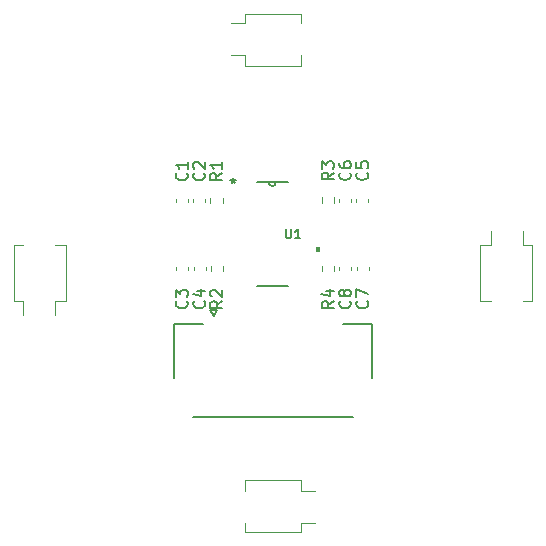
<source format=gbr>
%TF.GenerationSoftware,KiCad,Pcbnew,7.0.7*%
%TF.CreationDate,2023-11-23T17:05:24-08:00*%
%TF.ProjectId,sfh2430_breakout,73666832-3433-4305-9f62-7265616b6f75,rev?*%
%TF.SameCoordinates,Original*%
%TF.FileFunction,Legend,Top*%
%TF.FilePolarity,Positive*%
%FSLAX46Y46*%
G04 Gerber Fmt 4.6, Leading zero omitted, Abs format (unit mm)*
G04 Created by KiCad (PCBNEW 7.0.7) date 2023-11-23 17:05:24*
%MOMM*%
%LPD*%
G01*
G04 APERTURE LIST*
%ADD10C,0.150000*%
%ADD11C,0.120000*%
%ADD12C,0.152400*%
%ADD13C,0.025400*%
%ADD14C,0.127000*%
G04 APERTURE END LIST*
D10*
X109065780Y-106816666D02*
X109113400Y-106864285D01*
X109113400Y-106864285D02*
X109161019Y-107007142D01*
X109161019Y-107007142D02*
X109161019Y-107102380D01*
X109161019Y-107102380D02*
X109113400Y-107245237D01*
X109113400Y-107245237D02*
X109018161Y-107340475D01*
X109018161Y-107340475D02*
X108922923Y-107388094D01*
X108922923Y-107388094D02*
X108732447Y-107435713D01*
X108732447Y-107435713D02*
X108589590Y-107435713D01*
X108589590Y-107435713D02*
X108399114Y-107388094D01*
X108399114Y-107388094D02*
X108303876Y-107340475D01*
X108303876Y-107340475D02*
X108208638Y-107245237D01*
X108208638Y-107245237D02*
X108161019Y-107102380D01*
X108161019Y-107102380D02*
X108161019Y-107007142D01*
X108161019Y-107007142D02*
X108208638Y-106864285D01*
X108208638Y-106864285D02*
X108256257Y-106816666D01*
X108589590Y-106245237D02*
X108541971Y-106340475D01*
X108541971Y-106340475D02*
X108494352Y-106388094D01*
X108494352Y-106388094D02*
X108399114Y-106435713D01*
X108399114Y-106435713D02*
X108351495Y-106435713D01*
X108351495Y-106435713D02*
X108256257Y-106388094D01*
X108256257Y-106388094D02*
X108208638Y-106340475D01*
X108208638Y-106340475D02*
X108161019Y-106245237D01*
X108161019Y-106245237D02*
X108161019Y-106054761D01*
X108161019Y-106054761D02*
X108208638Y-105959523D01*
X108208638Y-105959523D02*
X108256257Y-105911904D01*
X108256257Y-105911904D02*
X108351495Y-105864285D01*
X108351495Y-105864285D02*
X108399114Y-105864285D01*
X108399114Y-105864285D02*
X108494352Y-105911904D01*
X108494352Y-105911904D02*
X108541971Y-105959523D01*
X108541971Y-105959523D02*
X108589590Y-106054761D01*
X108589590Y-106054761D02*
X108589590Y-106245237D01*
X108589590Y-106245237D02*
X108637209Y-106340475D01*
X108637209Y-106340475D02*
X108684828Y-106388094D01*
X108684828Y-106388094D02*
X108780066Y-106435713D01*
X108780066Y-106435713D02*
X108970542Y-106435713D01*
X108970542Y-106435713D02*
X109065780Y-106388094D01*
X109065780Y-106388094D02*
X109113400Y-106340475D01*
X109113400Y-106340475D02*
X109161019Y-106245237D01*
X109161019Y-106245237D02*
X109161019Y-106054761D01*
X109161019Y-106054761D02*
X109113400Y-105959523D01*
X109113400Y-105959523D02*
X109065780Y-105911904D01*
X109065780Y-105911904D02*
X108970542Y-105864285D01*
X108970542Y-105864285D02*
X108780066Y-105864285D01*
X108780066Y-105864285D02*
X108684828Y-105911904D01*
X108684828Y-105911904D02*
X108637209Y-105959523D01*
X108637209Y-105959523D02*
X108589590Y-106054761D01*
X96685780Y-95994416D02*
X96733400Y-96042035D01*
X96733400Y-96042035D02*
X96781019Y-96184892D01*
X96781019Y-96184892D02*
X96781019Y-96280130D01*
X96781019Y-96280130D02*
X96733400Y-96422987D01*
X96733400Y-96422987D02*
X96638161Y-96518225D01*
X96638161Y-96518225D02*
X96542923Y-96565844D01*
X96542923Y-96565844D02*
X96352447Y-96613463D01*
X96352447Y-96613463D02*
X96209590Y-96613463D01*
X96209590Y-96613463D02*
X96019114Y-96565844D01*
X96019114Y-96565844D02*
X95923876Y-96518225D01*
X95923876Y-96518225D02*
X95828638Y-96422987D01*
X95828638Y-96422987D02*
X95781019Y-96280130D01*
X95781019Y-96280130D02*
X95781019Y-96184892D01*
X95781019Y-96184892D02*
X95828638Y-96042035D01*
X95828638Y-96042035D02*
X95876257Y-95994416D01*
X95876257Y-95613463D02*
X95828638Y-95565844D01*
X95828638Y-95565844D02*
X95781019Y-95470606D01*
X95781019Y-95470606D02*
X95781019Y-95232511D01*
X95781019Y-95232511D02*
X95828638Y-95137273D01*
X95828638Y-95137273D02*
X95876257Y-95089654D01*
X95876257Y-95089654D02*
X95971495Y-95042035D01*
X95971495Y-95042035D02*
X96066733Y-95042035D01*
X96066733Y-95042035D02*
X96209590Y-95089654D01*
X96209590Y-95089654D02*
X96781019Y-95661082D01*
X96781019Y-95661082D02*
X96781019Y-95042035D01*
X110525780Y-106816666D02*
X110573400Y-106864285D01*
X110573400Y-106864285D02*
X110621019Y-107007142D01*
X110621019Y-107007142D02*
X110621019Y-107102380D01*
X110621019Y-107102380D02*
X110573400Y-107245237D01*
X110573400Y-107245237D02*
X110478161Y-107340475D01*
X110478161Y-107340475D02*
X110382923Y-107388094D01*
X110382923Y-107388094D02*
X110192447Y-107435713D01*
X110192447Y-107435713D02*
X110049590Y-107435713D01*
X110049590Y-107435713D02*
X109859114Y-107388094D01*
X109859114Y-107388094D02*
X109763876Y-107340475D01*
X109763876Y-107340475D02*
X109668638Y-107245237D01*
X109668638Y-107245237D02*
X109621019Y-107102380D01*
X109621019Y-107102380D02*
X109621019Y-107007142D01*
X109621019Y-107007142D02*
X109668638Y-106864285D01*
X109668638Y-106864285D02*
X109716257Y-106816666D01*
X109621019Y-106483332D02*
X109621019Y-105816666D01*
X109621019Y-105816666D02*
X110621019Y-106245237D01*
X98231019Y-95994416D02*
X97754828Y-96327749D01*
X98231019Y-96565844D02*
X97231019Y-96565844D01*
X97231019Y-96565844D02*
X97231019Y-96184892D01*
X97231019Y-96184892D02*
X97278638Y-96089654D01*
X97278638Y-96089654D02*
X97326257Y-96042035D01*
X97326257Y-96042035D02*
X97421495Y-95994416D01*
X97421495Y-95994416D02*
X97564352Y-95994416D01*
X97564352Y-95994416D02*
X97659590Y-96042035D01*
X97659590Y-96042035D02*
X97707209Y-96089654D01*
X97707209Y-96089654D02*
X97754828Y-96184892D01*
X97754828Y-96184892D02*
X97754828Y-96565844D01*
X98231019Y-95042035D02*
X98231019Y-95613463D01*
X98231019Y-95327749D02*
X97231019Y-95327749D01*
X97231019Y-95327749D02*
X97373876Y-95422987D01*
X97373876Y-95422987D02*
X97469114Y-95518225D01*
X97469114Y-95518225D02*
X97516733Y-95613463D01*
X110515780Y-95954416D02*
X110563400Y-96002035D01*
X110563400Y-96002035D02*
X110611019Y-96144892D01*
X110611019Y-96144892D02*
X110611019Y-96240130D01*
X110611019Y-96240130D02*
X110563400Y-96382987D01*
X110563400Y-96382987D02*
X110468161Y-96478225D01*
X110468161Y-96478225D02*
X110372923Y-96525844D01*
X110372923Y-96525844D02*
X110182447Y-96573463D01*
X110182447Y-96573463D02*
X110039590Y-96573463D01*
X110039590Y-96573463D02*
X109849114Y-96525844D01*
X109849114Y-96525844D02*
X109753876Y-96478225D01*
X109753876Y-96478225D02*
X109658638Y-96382987D01*
X109658638Y-96382987D02*
X109611019Y-96240130D01*
X109611019Y-96240130D02*
X109611019Y-96144892D01*
X109611019Y-96144892D02*
X109658638Y-96002035D01*
X109658638Y-96002035D02*
X109706257Y-95954416D01*
X109611019Y-95049654D02*
X109611019Y-95525844D01*
X109611019Y-95525844D02*
X110087209Y-95573463D01*
X110087209Y-95573463D02*
X110039590Y-95525844D01*
X110039590Y-95525844D02*
X109991971Y-95430606D01*
X109991971Y-95430606D02*
X109991971Y-95192511D01*
X109991971Y-95192511D02*
X110039590Y-95097273D01*
X110039590Y-95097273D02*
X110087209Y-95049654D01*
X110087209Y-95049654D02*
X110182447Y-95002035D01*
X110182447Y-95002035D02*
X110420542Y-95002035D01*
X110420542Y-95002035D02*
X110515780Y-95049654D01*
X110515780Y-95049654D02*
X110563400Y-95097273D01*
X110563400Y-95097273D02*
X110611019Y-95192511D01*
X110611019Y-95192511D02*
X110611019Y-95430606D01*
X110611019Y-95430606D02*
X110563400Y-95525844D01*
X110563400Y-95525844D02*
X110515780Y-95573463D01*
X107697219Y-106816666D02*
X107221028Y-107149999D01*
X107697219Y-107388094D02*
X106697219Y-107388094D01*
X106697219Y-107388094D02*
X106697219Y-107007142D01*
X106697219Y-107007142D02*
X106744838Y-106911904D01*
X106744838Y-106911904D02*
X106792457Y-106864285D01*
X106792457Y-106864285D02*
X106887695Y-106816666D01*
X106887695Y-106816666D02*
X107030552Y-106816666D01*
X107030552Y-106816666D02*
X107125790Y-106864285D01*
X107125790Y-106864285D02*
X107173409Y-106911904D01*
X107173409Y-106911904D02*
X107221028Y-107007142D01*
X107221028Y-107007142D02*
X107221028Y-107388094D01*
X107030552Y-105959523D02*
X107697219Y-105959523D01*
X106649600Y-106197618D02*
X107363885Y-106435713D01*
X107363885Y-106435713D02*
X107363885Y-105816666D01*
X95235780Y-95994416D02*
X95283400Y-96042035D01*
X95283400Y-96042035D02*
X95331019Y-96184892D01*
X95331019Y-96184892D02*
X95331019Y-96280130D01*
X95331019Y-96280130D02*
X95283400Y-96422987D01*
X95283400Y-96422987D02*
X95188161Y-96518225D01*
X95188161Y-96518225D02*
X95092923Y-96565844D01*
X95092923Y-96565844D02*
X94902447Y-96613463D01*
X94902447Y-96613463D02*
X94759590Y-96613463D01*
X94759590Y-96613463D02*
X94569114Y-96565844D01*
X94569114Y-96565844D02*
X94473876Y-96518225D01*
X94473876Y-96518225D02*
X94378638Y-96422987D01*
X94378638Y-96422987D02*
X94331019Y-96280130D01*
X94331019Y-96280130D02*
X94331019Y-96184892D01*
X94331019Y-96184892D02*
X94378638Y-96042035D01*
X94378638Y-96042035D02*
X94426257Y-95994416D01*
X95331019Y-95042035D02*
X95331019Y-95613463D01*
X95331019Y-95327749D02*
X94331019Y-95327749D01*
X94331019Y-95327749D02*
X94473876Y-95422987D01*
X94473876Y-95422987D02*
X94569114Y-95518225D01*
X94569114Y-95518225D02*
X94616733Y-95613463D01*
X103636274Y-100721815D02*
X103636274Y-101359236D01*
X103636274Y-101359236D02*
X103673770Y-101434226D01*
X103673770Y-101434226D02*
X103711265Y-101471722D01*
X103711265Y-101471722D02*
X103786256Y-101509217D01*
X103786256Y-101509217D02*
X103936237Y-101509217D01*
X103936237Y-101509217D02*
X104011228Y-101471722D01*
X104011228Y-101471722D02*
X104048723Y-101434226D01*
X104048723Y-101434226D02*
X104086218Y-101359236D01*
X104086218Y-101359236D02*
X104086218Y-100721815D01*
X104873620Y-101509217D02*
X104423676Y-101509217D01*
X104648648Y-101509217D02*
X104648648Y-100721815D01*
X104648648Y-100721815D02*
X104573657Y-100834301D01*
X104573657Y-100834301D02*
X104498667Y-100909292D01*
X104498667Y-100909292D02*
X104423676Y-100946787D01*
X99184200Y-96391169D02*
X99184200Y-96629264D01*
X98946105Y-96534026D02*
X99184200Y-96629264D01*
X99184200Y-96629264D02*
X99422295Y-96534026D01*
X99041343Y-96819740D02*
X99184200Y-96629264D01*
X99184200Y-96629264D02*
X99327057Y-96819740D01*
X95239580Y-106816666D02*
X95287200Y-106864285D01*
X95287200Y-106864285D02*
X95334819Y-107007142D01*
X95334819Y-107007142D02*
X95334819Y-107102380D01*
X95334819Y-107102380D02*
X95287200Y-107245237D01*
X95287200Y-107245237D02*
X95191961Y-107340475D01*
X95191961Y-107340475D02*
X95096723Y-107388094D01*
X95096723Y-107388094D02*
X94906247Y-107435713D01*
X94906247Y-107435713D02*
X94763390Y-107435713D01*
X94763390Y-107435713D02*
X94572914Y-107388094D01*
X94572914Y-107388094D02*
X94477676Y-107340475D01*
X94477676Y-107340475D02*
X94382438Y-107245237D01*
X94382438Y-107245237D02*
X94334819Y-107102380D01*
X94334819Y-107102380D02*
X94334819Y-107007142D01*
X94334819Y-107007142D02*
X94382438Y-106864285D01*
X94382438Y-106864285D02*
X94430057Y-106816666D01*
X94334819Y-106483332D02*
X94334819Y-105864285D01*
X94334819Y-105864285D02*
X94715771Y-106197618D01*
X94715771Y-106197618D02*
X94715771Y-106054761D01*
X94715771Y-106054761D02*
X94763390Y-105959523D01*
X94763390Y-105959523D02*
X94811009Y-105911904D01*
X94811009Y-105911904D02*
X94906247Y-105864285D01*
X94906247Y-105864285D02*
X95144342Y-105864285D01*
X95144342Y-105864285D02*
X95239580Y-105911904D01*
X95239580Y-105911904D02*
X95287200Y-105959523D01*
X95287200Y-105959523D02*
X95334819Y-106054761D01*
X95334819Y-106054761D02*
X95334819Y-106340475D01*
X95334819Y-106340475D02*
X95287200Y-106435713D01*
X95287200Y-106435713D02*
X95239580Y-106483332D01*
X109055780Y-95954416D02*
X109103400Y-96002035D01*
X109103400Y-96002035D02*
X109151019Y-96144892D01*
X109151019Y-96144892D02*
X109151019Y-96240130D01*
X109151019Y-96240130D02*
X109103400Y-96382987D01*
X109103400Y-96382987D02*
X109008161Y-96478225D01*
X109008161Y-96478225D02*
X108912923Y-96525844D01*
X108912923Y-96525844D02*
X108722447Y-96573463D01*
X108722447Y-96573463D02*
X108579590Y-96573463D01*
X108579590Y-96573463D02*
X108389114Y-96525844D01*
X108389114Y-96525844D02*
X108293876Y-96478225D01*
X108293876Y-96478225D02*
X108198638Y-96382987D01*
X108198638Y-96382987D02*
X108151019Y-96240130D01*
X108151019Y-96240130D02*
X108151019Y-96144892D01*
X108151019Y-96144892D02*
X108198638Y-96002035D01*
X108198638Y-96002035D02*
X108246257Y-95954416D01*
X108151019Y-95097273D02*
X108151019Y-95287749D01*
X108151019Y-95287749D02*
X108198638Y-95382987D01*
X108198638Y-95382987D02*
X108246257Y-95430606D01*
X108246257Y-95430606D02*
X108389114Y-95525844D01*
X108389114Y-95525844D02*
X108579590Y-95573463D01*
X108579590Y-95573463D02*
X108960542Y-95573463D01*
X108960542Y-95573463D02*
X109055780Y-95525844D01*
X109055780Y-95525844D02*
X109103400Y-95478225D01*
X109103400Y-95478225D02*
X109151019Y-95382987D01*
X109151019Y-95382987D02*
X109151019Y-95192511D01*
X109151019Y-95192511D02*
X109103400Y-95097273D01*
X109103400Y-95097273D02*
X109055780Y-95049654D01*
X109055780Y-95049654D02*
X108960542Y-95002035D01*
X108960542Y-95002035D02*
X108722447Y-95002035D01*
X108722447Y-95002035D02*
X108627209Y-95049654D01*
X108627209Y-95049654D02*
X108579590Y-95097273D01*
X108579590Y-95097273D02*
X108531971Y-95192511D01*
X108531971Y-95192511D02*
X108531971Y-95382987D01*
X108531971Y-95382987D02*
X108579590Y-95478225D01*
X108579590Y-95478225D02*
X108627209Y-95525844D01*
X108627209Y-95525844D02*
X108722447Y-95573463D01*
X107691019Y-95954416D02*
X107214828Y-96287749D01*
X107691019Y-96525844D02*
X106691019Y-96525844D01*
X106691019Y-96525844D02*
X106691019Y-96144892D01*
X106691019Y-96144892D02*
X106738638Y-96049654D01*
X106738638Y-96049654D02*
X106786257Y-96002035D01*
X106786257Y-96002035D02*
X106881495Y-95954416D01*
X106881495Y-95954416D02*
X107024352Y-95954416D01*
X107024352Y-95954416D02*
X107119590Y-96002035D01*
X107119590Y-96002035D02*
X107167209Y-96049654D01*
X107167209Y-96049654D02*
X107214828Y-96144892D01*
X107214828Y-96144892D02*
X107214828Y-96525844D01*
X106691019Y-95621082D02*
X106691019Y-95002035D01*
X106691019Y-95002035D02*
X107071971Y-95335368D01*
X107071971Y-95335368D02*
X107071971Y-95192511D01*
X107071971Y-95192511D02*
X107119590Y-95097273D01*
X107119590Y-95097273D02*
X107167209Y-95049654D01*
X107167209Y-95049654D02*
X107262447Y-95002035D01*
X107262447Y-95002035D02*
X107500542Y-95002035D01*
X107500542Y-95002035D02*
X107595780Y-95049654D01*
X107595780Y-95049654D02*
X107643400Y-95097273D01*
X107643400Y-95097273D02*
X107691019Y-95192511D01*
X107691019Y-95192511D02*
X107691019Y-95478225D01*
X107691019Y-95478225D02*
X107643400Y-95573463D01*
X107643400Y-95573463D02*
X107595780Y-95621082D01*
X98254819Y-106816666D02*
X97778628Y-107149999D01*
X98254819Y-107388094D02*
X97254819Y-107388094D01*
X97254819Y-107388094D02*
X97254819Y-107007142D01*
X97254819Y-107007142D02*
X97302438Y-106911904D01*
X97302438Y-106911904D02*
X97350057Y-106864285D01*
X97350057Y-106864285D02*
X97445295Y-106816666D01*
X97445295Y-106816666D02*
X97588152Y-106816666D01*
X97588152Y-106816666D02*
X97683390Y-106864285D01*
X97683390Y-106864285D02*
X97731009Y-106911904D01*
X97731009Y-106911904D02*
X97778628Y-107007142D01*
X97778628Y-107007142D02*
X97778628Y-107388094D01*
X97350057Y-106435713D02*
X97302438Y-106388094D01*
X97302438Y-106388094D02*
X97254819Y-106292856D01*
X97254819Y-106292856D02*
X97254819Y-106054761D01*
X97254819Y-106054761D02*
X97302438Y-105959523D01*
X97302438Y-105959523D02*
X97350057Y-105911904D01*
X97350057Y-105911904D02*
X97445295Y-105864285D01*
X97445295Y-105864285D02*
X97540533Y-105864285D01*
X97540533Y-105864285D02*
X97683390Y-105911904D01*
X97683390Y-105911904D02*
X98254819Y-106483332D01*
X98254819Y-106483332D02*
X98254819Y-105864285D01*
X96705780Y-106816666D02*
X96753400Y-106864285D01*
X96753400Y-106864285D02*
X96801019Y-107007142D01*
X96801019Y-107007142D02*
X96801019Y-107102380D01*
X96801019Y-107102380D02*
X96753400Y-107245237D01*
X96753400Y-107245237D02*
X96658161Y-107340475D01*
X96658161Y-107340475D02*
X96562923Y-107388094D01*
X96562923Y-107388094D02*
X96372447Y-107435713D01*
X96372447Y-107435713D02*
X96229590Y-107435713D01*
X96229590Y-107435713D02*
X96039114Y-107388094D01*
X96039114Y-107388094D02*
X95943876Y-107340475D01*
X95943876Y-107340475D02*
X95848638Y-107245237D01*
X95848638Y-107245237D02*
X95801019Y-107102380D01*
X95801019Y-107102380D02*
X95801019Y-107007142D01*
X95801019Y-107007142D02*
X95848638Y-106864285D01*
X95848638Y-106864285D02*
X95896257Y-106816666D01*
X96134352Y-105959523D02*
X96801019Y-105959523D01*
X95753400Y-106197618D02*
X96467685Y-106435713D01*
X96467685Y-106435713D02*
X96467685Y-105816666D01*
D11*
%TO.C,D1*%
X98960000Y-86010000D02*
X100150000Y-86010000D01*
X100140000Y-83300000D02*
X98960000Y-83300000D01*
X100150000Y-82500000D02*
X100150000Y-83300000D01*
X100150000Y-86010000D02*
X100150000Y-86900000D01*
X100150000Y-86900000D02*
X104950000Y-86900000D01*
X104950000Y-82500000D02*
X100150000Y-82500000D01*
X104950000Y-83300000D02*
X104950000Y-82500000D01*
X104950000Y-86900000D02*
X104950000Y-86010000D01*
%TO.C,C8*%
X109186200Y-103937170D02*
X109186200Y-104218330D01*
X108166200Y-103937170D02*
X108166200Y-104218330D01*
%TO.C,D4*%
X106140000Y-122890000D02*
X104950000Y-122890000D01*
X104960000Y-125600000D02*
X106140000Y-125600000D01*
X104950000Y-126400000D02*
X104950000Y-125600000D01*
X104950000Y-122890000D02*
X104950000Y-122000000D01*
X104950000Y-122000000D02*
X100150000Y-122000000D01*
X100150000Y-126400000D02*
X104950000Y-126400000D01*
X100150000Y-125600000D02*
X100150000Y-126400000D01*
X100150000Y-122000000D02*
X100150000Y-122890000D01*
%TO.C,C2*%
X95816200Y-98438330D02*
X95816200Y-98157170D01*
X96836200Y-98438330D02*
X96836200Y-98157170D01*
%TO.C,C7*%
X110646200Y-103937170D02*
X110646200Y-104218330D01*
X109626200Y-103937170D02*
X109626200Y-104218330D01*
%TO.C,R1*%
X97253700Y-98535008D02*
X97253700Y-98060492D01*
X98298700Y-98535008D02*
X98298700Y-98060492D01*
%TO.C,C5*%
X109606200Y-98428330D02*
X109606200Y-98147170D01*
X110626200Y-98428330D02*
X110626200Y-98147170D01*
%TO.C,R4*%
X107734900Y-103840492D02*
X107734900Y-104315008D01*
X106689900Y-103840492D02*
X106689900Y-104315008D01*
%TO.C,C1*%
X94366200Y-98438330D02*
X94366200Y-98157170D01*
X95386200Y-98438330D02*
X95386200Y-98157170D01*
D12*
%TO.C,U1*%
X101165400Y-105521550D02*
X103807000Y-105521550D01*
X102181400Y-96783950D02*
X101165400Y-96783950D01*
X102791000Y-96783950D02*
X102181400Y-96783950D01*
X103807000Y-96783950D02*
X102791000Y-96783950D01*
X102181400Y-96783950D02*
G75*
G03*
X102791000Y-96783950I304800J0D01*
G01*
D13*
X106448600Y-102613250D02*
X106194600Y-102613250D01*
X106194600Y-102232250D01*
X106448600Y-102232250D01*
X106448600Y-102613250D01*
G36*
X106448600Y-102613250D02*
G01*
X106194600Y-102613250D01*
X106194600Y-102232250D01*
X106448600Y-102232250D01*
X106448600Y-102613250D01*
G37*
D11*
%TO.C,C3*%
X95386200Y-103942170D02*
X95386200Y-104223330D01*
X94366200Y-103942170D02*
X94366200Y-104223330D01*
D14*
%TO.C,J1*%
X110925000Y-108725000D02*
X110925000Y-113350000D01*
X108450000Y-108725000D02*
X110925000Y-108725000D01*
X97850000Y-107580000D02*
X97550000Y-108080000D01*
X97550000Y-108080000D02*
X97250000Y-107580000D01*
X97250000Y-107580000D02*
X97850000Y-107580000D01*
X95750000Y-116675000D02*
X109350000Y-116675000D01*
X94175000Y-113350000D02*
X94175000Y-108725000D01*
X94175000Y-108725000D02*
X96650000Y-108725000D01*
D11*
%TO.C,C6*%
X108146200Y-98428330D02*
X108146200Y-98147170D01*
X109166200Y-98428330D02*
X109166200Y-98147170D01*
%TO.C,D2*%
X84110000Y-108040000D02*
X84110000Y-106850000D01*
X81400000Y-106860000D02*
X81400000Y-108040000D01*
X80600000Y-106850000D02*
X81400000Y-106850000D01*
X84110000Y-106850000D02*
X85000000Y-106850000D01*
X85000000Y-106850000D02*
X85000000Y-102050000D01*
X80600000Y-102050000D02*
X80600000Y-106850000D01*
X81400000Y-102050000D02*
X80600000Y-102050000D01*
X85000000Y-102050000D02*
X84110000Y-102050000D01*
%TO.C,R3*%
X106673700Y-98525008D02*
X106673700Y-98050492D01*
X107718700Y-98525008D02*
X107718700Y-98050492D01*
%TO.C,R2*%
X98318700Y-103845492D02*
X98318700Y-104320008D01*
X97273700Y-103845492D02*
X97273700Y-104320008D01*
%TO.C,D3*%
X120990000Y-100860000D02*
X120990000Y-102050000D01*
X123700000Y-102040000D02*
X123700000Y-100860000D01*
X124500000Y-102050000D02*
X123700000Y-102050000D01*
X120990000Y-102050000D02*
X120100000Y-102050000D01*
X120100000Y-102050000D02*
X120100000Y-106850000D01*
X124500000Y-106850000D02*
X124500000Y-102050000D01*
X123700000Y-106850000D02*
X124500000Y-106850000D01*
X120100000Y-106850000D02*
X120990000Y-106850000D01*
%TO.C,C4*%
X96852400Y-103942170D02*
X96852400Y-104223330D01*
X95832400Y-103942170D02*
X95832400Y-104223330D01*
%TD*%
M02*

</source>
